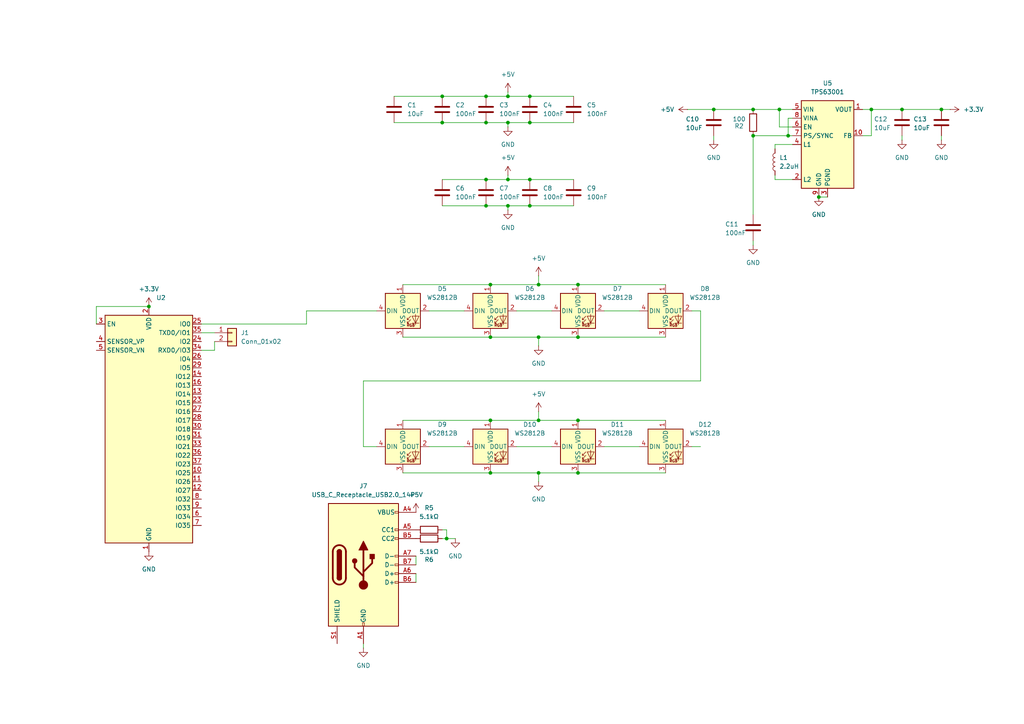
<source format=kicad_sch>
(kicad_sch (version 20250114) (generator "eeschema") (generator_version "9.0")
  (paper "A4")
  (lib_symbols
    (symbol "Connector:USB_C_Receptacle_USB2.0_14P" (pin_names (offset 1.016))
      (property "Reference" "J" (at 0 22.225 0))
      (property "Value" "USB_C_Receptacle_USB2.0_14P" (at 0 19.685 0))
      (symbol "USB_C_Receptacle_USB2.0_14P_0_0"
        (rectangle (start -0.254 -17.78) (end 0.254 -16.764))
        (rectangle (start 10.16 15.494) (end 9.144 14.986))
        (rectangle (start 10.16 10.414) (end 9.144 9.906))
        (rectangle (start 10.16 7.874) (end 9.144 7.366))
        (rectangle (start 10.16 2.794) (end 9.144 2.286))
        (rectangle (start 10.16 0.254) (end 9.144 -0.254))
        (rectangle (start 10.16 -2.286) (end 9.144 -2.794))
        (rectangle (start 10.16 -4.826) (end 9.144 -5.334))
      )
      (symbol "USB_C_Receptacle_USB2.0_14P_0_1"
        (rectangle (start -10.16 17.78) (end 10.16 -17.78) (stroke (width 0.254)) (fill (type background)))
        (polyline (pts (xy -8.89 -3.81) (xy -8.89 3.81)) (stroke (width 0.508)))
        (rectangle (start -7.62 -3.81) (end -6.35 3.81) (stroke (width 0.254)) (fill (type outline)))
        (arc (start -7.62 3.81) (mid -6.985 4.4423) (end -6.35 3.81) (stroke (width 0.254)))
        (arc (start -7.62 3.81) (mid -6.985 4.4423) (end -6.35 3.81) (stroke (width 0.254)) (fill (type outline)))
        (arc (start -8.89 3.81) (mid -6.985 5.7067) (end -5.08 3.81) (stroke (width 0.508)))
        (arc (start -5.08 -3.81) (mid -6.985 -5.7067) (end -8.89 -3.81) (stroke (width 0.508)))
        (arc (start -6.35 -3.81) (mid -6.985 -4.4423) (end -7.62 -3.81) (stroke (width 0.254)))
        (arc (start -6.35 -3.81) (mid -6.985 -4.4423) (end -7.62 -3.81) (stroke (width 0.254)) (fill (type outline)))
        (polyline (pts (xy -5.08 3.81) (xy -5.08 -3.81)) (stroke (width 0.508)))
        (circle (center -2.54 1.143) (radius 0.635) (stroke (width 0.254)) (fill (type outline)))
        (polyline (pts (xy -1.27 4.318) (xy 0 6.858) (xy 1.27 4.318) (xy -1.27 4.318)) (stroke (width 0.254)) (fill (type outline)))
        (polyline (pts (xy 0 -2.032) (xy 2.54 0.508) (xy 2.54 1.778)) (stroke (width 0.508)))
        (polyline (pts (xy 0 -3.302) (xy -2.54 -0.762) (xy -2.54 0.508)) (stroke (width 0.508)))
        (polyline (pts (xy 0 -5.842) (xy 0 4.318)) (stroke (width 0.508)))
        (circle (center 0 -5.842) (radius 1.27) (fill (type outline)))
        (rectangle (start 1.905 1.778) (end 3.175 3.048) (stroke (width 0.254)) (fill (type outline)))
      )
      (symbol "USB_C_Receptacle_USB2.0_14P_1_1"
        (pin passive line (at -7.62 -22.86 90) (length 5.08) (name "SHIELD") (number "S1"))
        (pin passive line (at 0 -22.86 90) (length 5.08) (name "GND") (number "A1"))
        (pin passive line (at 0 -22.86 90) (length 5.08) (hide yes) (name "GND") (number "A12"))
        (pin passive line (at 0 -22.86 90) (length 5.08) (hide yes) (name "GND") (number "B1"))
        (pin passive line (at 0 -22.86 90) (length 5.08) (hide yes) (name "GND") (number "B12"))
        (pin passive line (at 15.24 15.24 180) (length 5.08) (name "VBUS") (number "A4"))
        (pin passive line (at 15.24 15.24 180) (length 5.08) (hide yes) (name "VBUS") (number "A9"))
        (pin passive line (at 15.24 15.24 180) (length 5.08) (hide yes) (name "VBUS") (number "B4"))
        (pin passive line (at 15.24 15.24 180) (length 5.08) (hide yes) (name "VBUS") (number "B9"))
        (pin bidirectional line (at 15.24 10.16 180) (length 5.08) (name "CC1") (number "A5"))
        (pin bidirectional line (at 15.24 7.62 180) (length 5.08) (name "CC2") (number "B5"))
        (pin bidirectional line (at 15.24 2.54 180) (length 5.08) (name "D-") (number "A7"))
        (pin bidirectional line (at 15.24 0 180) (length 5.08) (name "D-") (number "B7"))
        (pin bidirectional line (at 15.24 -2.54 180) (length 5.08) (name "D+") (number "A6"))
        (pin bidirectional line (at 15.24 -5.08 180) (length 5.08) (name "D+") (number "B6"))
      )
    )
    (symbol "Connector_Generic:Conn_01x02" (pin_names (offset 1.016) (hide yes))
      (property "Reference" "J" (at 0 2.54 0))
      (property "Value" "Conn_01x02" (at 0 -5.08 0))
      (symbol "Conn_01x02_1_1"
        (rectangle (start -1.27 1.27) (end 1.27 -3.81) (stroke (width 0.254)) (fill (type background)))
        (rectangle (start -1.27 0.127) (end 0 -0.127) (stroke (width 0.1524)))
        (rectangle (start -1.27 -2.413) (end 0 -2.667) (stroke (width 0.1524)))
        (pin passive line (at -5.08 0 0) (length 3.81) (name "Pin_1") (number "1"))
        (pin passive line (at -5.08 -2.54 0) (length 3.81) (name "Pin_2") (number "2"))
      )
    )
    (symbol "Device:C" (pin_numbers (hide yes)) (pin_names (offset 0.254))
      (property "Reference" "C" (at 0.635 2.54 0))
      (property "Value" "C" (at 0.635 -2.54 0))
      (symbol "C_0_1"
        (polyline (pts (xy -2.032 0.762) (xy 2.032 0.762)) (stroke (width 0.508)))
        (polyline (pts (xy -2.032 -0.762) (xy 2.032 -0.762)) (stroke (width 0.508)))
      )
      (symbol "C_1_1"
        (pin passive line (at 0 3.81 270) (length 2.794) (name "~") (number "1"))
        (pin passive line (at 0 -3.81 90) (length 2.794) (name "~") (number "2"))
      )
    )
    (symbol "Device:L" (pin_numbers (hide yes)) (pin_names (offset 1.016) (hide yes))
      (property "Reference" "L" (at -1.27 0 90))
      (property "Value" "L" (at 1.905 0 90))
      (symbol "L_0_1"
        (arc (start 0 2.54) (mid 0.6323 1.905) (end 0 1.27))
        (arc (start 0 1.27) (mid 0.6323 0.635) (end 0 0))
        (arc (start 0 0) (mid 0.6323 -0.635) (end 0 -1.27))
        (arc (start 0 -1.27) (mid 0.6323 -1.905) (end 0 -2.54))
      )
      (symbol "L_1_1"
        (pin passive line (at 0 3.81 270) (length 1.27) (name "1") (number "1"))
        (pin passive line (at 0 -3.81 90) (length 1.27) (name "2") (number "2"))
      )
    )
    (symbol "Device:R" (pin_numbers (hide yes)) (pin_names (offset 0))
      (property "Reference" "R" (at 2.032 0 90))
      (property "Value" "R" (at 0 0 90))
      (symbol "R_0_1"
        (rectangle (start -1.016 -2.54) (end 1.016 2.54) (stroke (width 0.254)))
      )
      (symbol "R_1_1"
        (pin passive line (at 0 3.81 270) (length 1.27) (name "~") (number "1"))
        (pin passive line (at 0 -3.81 90) (length 1.27) (name "~") (number "2"))
      )
    )
    (symbol "LED:WS2812B" (pin_names (offset 0.254))
      (property "Reference" "D" (at 5.08 5.715 0))
      (property "Value" "WS2812B" (at 1.27 -5.715 0))
      (symbol "WS2812B_0_0"
        (text "RGB" (at 2.286 -4.191 0) (effects (font (size 0.762 0.762))))
      )
      (symbol "WS2812B_0_1"
        (polyline (pts (xy 1.27 -2.54) (xy 1.778 -2.54)))
        (polyline (pts (xy 1.27 -3.556) (xy 1.778 -3.556)))
        (polyline (pts (xy 2.286 -1.524) (xy 1.27 -2.54) (xy 1.27 -2.032)))
        (polyline (pts (xy 2.286 -2.54) (xy 1.27 -3.556) (xy 1.27 -3.048)))
        (polyline (pts (xy 3.683 -1.016) (xy 3.683 -3.556) (xy 3.683 -4.064)))
        (polyline (pts (xy 4.699 -1.524) (xy 2.667 -1.524) (xy 3.683 -3.556) (xy 4.699 -1.524)))
        (polyline (pts (xy 4.699 -3.556) (xy 2.667 -3.556)))
        (rectangle (start 5.08 5.08) (end -5.08 -5.08) (stroke (width 0.254)) (fill (type background)))
      )
      (symbol "WS2812B_1_1"
        (pin input line (at -7.62 0 0) (length 2.54) (name "DIN") (number "4"))
        (pin power_in line (at 0 7.62 270) (length 2.54) (name "VDD") (number "1"))
        (pin power_in line (at 0 -7.62 90) (length 2.54) (name "VSS") (number "3"))
        (pin output line (at 7.62 0 180) (length 2.54) (name "DOUT") (number "2"))
      )
    )
    (symbol "RF_Module:ESP32-WROOM-32E"
      (property "Reference" "U" (at -12.7 34.29 0))
      (property "Value" "ESP32-WROOM-32E" (at 1.27 34.29 0))
      (symbol "ESP32-WROOM-32E_0_1"
        (rectangle (start -12.7 33.02) (end 12.7 -33.02) (stroke (width 0.254)) (fill (type background)))
      )
      (symbol "ESP32-WROOM-32E_1_1"
        (pin input line (at -15.24 30.48 0) (length 2.54) (name "EN") (number "3"))
        (pin input line (at -15.24 25.4 0) (length 2.54) (name "SENSOR_VP") (number "4"))
        (pin input line (at -15.24 22.86 0) (length 2.54) (name "SENSOR_VN") (number "5"))
        (pin no_connect line (at -12.7 0 0) (length 2.54) (hide yes) (name "NC") (number "21"))
        (pin no_connect line (at -12.7 -2.54 0) (length 2.54) (hide yes) (name "NC") (number "22"))
        (pin no_connect line (at -12.7 -5.08 0) (length 2.54) (hide yes) (name "NC") (number "17"))
        (pin no_connect line (at -12.7 -7.62 0) (length 2.54) (hide yes) (name "NC") (number "18"))
        (pin no_connect line (at -12.7 -10.16 0) (length 2.54) (hide yes) (name "NC") (number "20"))
        (pin no_connect line (at -12.7 -12.7 0) (length 2.54) (hide yes) (name "NC") (number "19"))
        (pin no_connect line (at -12.7 -27.94 0) (length 2.54) (hide yes) (name "NC") (number "32"))
        (pin power_in line (at 0 35.56 270) (length 2.54) (name "VDD") (number "2"))
        (pin power_in line (at 0 -35.56 90) (length 2.54) (name "GND") (number "1"))
        (pin passive line (at 0 -35.56 90) (length 2.54) (hide yes) (name "GND") (number "15"))
        (pin passive line (at 0 -35.56 90) (length 2.54) (hide yes) (name "GND") (number "38"))
        (pin passive line (at 0 -35.56 90) (length 2.54) (hide yes) (name "GND") (number "39"))
        (pin bidirectional line (at 15.24 30.48 180) (length 2.54) (name "IO0") (number "25"))
        (pin bidirectional line (at 15.24 27.94 180) (length 2.54) (name "TXD0/IO1") (number "35"))
        (pin bidirectional line (at 15.24 25.4 180) (length 2.54) (name "IO2") (number "24"))
        (pin bidirectional line (at 15.24 22.86 180) (length 2.54) (name "RXD0/IO3") (number "34"))
        (pin bidirectional line (at 15.24 20.32 180) (length 2.54) (name "IO4") (number "26"))
        (pin bidirectional line (at 15.24 17.78 180) (length 2.54) (name "IO5") (number "29"))
        (pin bidirectional line (at 15.24 15.24 180) (length 2.54) (name "IO12") (number "14"))
        (pin bidirectional line (at 15.24 12.7 180) (length 2.54) (name "IO13") (number "16"))
        (pin bidirectional line (at 15.24 10.16 180) (length 2.54) (name "IO14") (number "13"))
        (pin bidirectional line (at 15.24 7.62 180) (length 2.54) (name "IO15") (number "23"))
        (pin bidirectional line (at 15.24 5.08 180) (length 2.54) (name "IO16") (number "27"))
        (pin bidirectional line (at 15.24 2.54 180) (length 2.54) (name "IO17") (number "28"))
        (pin bidirectional line (at 15.24 0 180) (length 2.54) (name "IO18") (number "30"))
        (pin bidirectional line (at 15.24 -2.54 180) (length 2.54) (name "IO19") (number "31"))
        (pin bidirectional line (at 15.24 -5.08 180) (length 2.54) (name "IO21") (number "33"))
        (pin bidirectional line (at 15.24 -7.62 180) (length 2.54) (name "IO22") (number "36"))
        (pin bidirectional line (at 15.24 -10.16 180) (length 2.54) (name "IO23") (number "37"))
        (pin bidirectional line (at 15.24 -12.7 180) (length 2.54) (name "IO25") (number "10"))
        (pin bidirectional line (at 15.24 -15.24 180) (length 2.54) (name "IO26") (number "11"))
        (pin bidirectional line (at 15.24 -17.78 180) (length 2.54) (name "IO27") (number "12"))
        (pin bidirectional line (at 15.24 -20.32 180) (length 2.54) (name "IO32") (number "8"))
        (pin bidirectional line (at 15.24 -22.86 180) (length 2.54) (name "IO33") (number "9"))
        (pin input line (at 15.24 -25.4 180) (length 2.54) (name "IO34") (number "6"))
        (pin input line (at 15.24 -27.94 180) (length 2.54) (name "IO35") (number "7"))
      )
    )
    (symbol "Regulator_Switching:TPS63001"
      (property "Reference" "U" (at -7.62 13.97 0))
      (property "Value" "TPS63001" (at 5.08 13.97 0))
      (symbol "TPS63001_0_1"
        (rectangle (start -7.62 12.7) (end 7.62 -12.7) (stroke (width 0.254)) (fill (type background)))
      )
      (symbol "TPS63001_1_1"
        (pin power_in line (at -10.16 10.16 0) (length 2.54) (name "VIN") (number "5"))
        (pin power_in line (at -10.16 7.62 0) (length 2.54) (name "VINA") (number "8"))
        (pin input line (at -10.16 5.08 0) (length 2.54) (name "EN") (number "6"))
        (pin input line (at -10.16 2.54 0) (length 2.54) (name "PS/SYNC") (number "7"))
        (pin input line (at -10.16 0 0) (length 2.54) (name "L1") (number "4"))
        (pin input line (at -10.16 -10.16 0) (length 2.54) (name "L2") (number "2"))
        (pin power_in line (at -2.54 -15.24 90) (length 2.54) (name "GND") (number "9"))
        (pin passive line (at 0 -15.24 90) (length 2.54) (hide yes) (name "PGND") (number "11"))
        (pin power_in line (at 0 -15.24 90) (length 2.54) (name "PGND") (number "3"))
        (pin power_out line (at 10.16 10.16 180) (length 2.54) (name "VOUT") (number "1"))
        (pin input line (at 10.16 2.54 180) (length 2.54) (name "FB") (number "10"))
      )
    )
    (symbol "power:+3.3V" (power) (pin_numbers (hide yes)) (pin_names (offset 0) (hide yes))
      (property "Value" "+3.3V" (at 0 3.556 0))
      (symbol "+3.3V_0_1"
        (polyline (pts (xy -0.762 1.27) (xy 0 2.54)))
        (polyline (pts (xy 0 2.54) (xy 0.762 1.27)))
        (polyline (pts (xy 0 0) (xy 0 2.54)))
      )
      (symbol "+3.3V_1_1"
        (pin power_in line (at 0 0 90) (length 0) (name "~") (number "1"))
      )
    )
    (symbol "power:+5V" (power) (pin_numbers (hide yes)) (pin_names (offset 0) (hide yes))
      (property "Value" "+5V" (at 0 3.556 0))
      (symbol "+5V_0_1"
        (polyline (pts (xy -0.762 1.27) (xy 0 2.54)))
        (polyline (pts (xy 0 2.54) (xy 0.762 1.27)))
        (polyline (pts (xy 0 0) (xy 0 2.54)))
      )
      (symbol "+5V_1_1"
        (pin power_in line (at 0 0 90) (length 0) (name "~") (number "1"))
      )
    )
    (symbol "power:GND" (power) (pin_numbers (hide yes)) (pin_names (offset 0) (hide yes))
      (property "Value" "GND" (at 0 -3.81 0))
      (symbol "GND_0_1"
        (polyline (pts (xy 0 0) (xy 0 -1.27) (xy 1.27 -1.27) (xy 0 -2.54) (xy -1.27 -1.27) (xy 0 -1.27)))
      )
      (symbol "GND_1_1"
        (pin power_in line (at 0 0 270) (length 0) (name "~") (number "1"))
      )
    )
  )
  (junction (at 167.64 121.92))
  (junction (at 156.21 137.16))
  (junction (at 147.32 52.07))
  (junction (at 147.32 35.56))
  (junction (at 140.97 27.94))
  (junction (at 142.24 137.16))
  (junction (at 218.44 39.37))
  (junction (at 142.24 82.55))
  (junction (at 43.18 88.9))
  (junction (at 153.67 52.07))
  (junction (at 140.97 35.56))
  (junction (at 129.54 156.21))
  (junction (at 218.44 31.75))
  (junction (at 147.32 27.94))
  (junction (at 156.21 121.92))
  (junction (at 156.21 97.79))
  (junction (at 167.64 137.16))
  (junction (at 252.73 31.75))
  (junction (at 142.24 97.79))
  (junction (at 153.67 35.56))
  (junction (at 128.27 27.94))
  (junction (at 140.97 59.69))
  (junction (at 167.64 82.55))
  (junction (at 167.64 97.79))
  (junction (at 147.32 59.69))
  (junction (at 237.49 57.15))
  (junction (at 140.97 52.07))
  (junction (at 156.21 82.55))
  (junction (at 153.67 59.69))
  (junction (at 226.06 31.75))
  (junction (at 261.62 31.75))
  (junction (at 273.05 31.75))
  (junction (at 207.01 31.75))
  (junction (at 153.67 27.94))
  (junction (at 142.24 121.92))
  (junction (at 228.6 39.37))
  (junction (at 128.27 35.56))
  (wire (pts (xy 167.64 121.92) (xy 193.04 121.92)))
  (wire (pts (xy 175.26 129.54) (xy 185.42 129.54)))
  (wire (pts (xy 142.24 97.79) (xy 156.21 97.79)))
  (wire (pts (xy 149.86 129.54) (xy 160.02 129.54)))
  (wire (pts (xy 58.42 96.52) (xy 62.23 96.52)))
  (wire (pts (xy 218.44 71.12) (xy 218.44 69.85)))
  (wire (pts (xy 226.06 31.75) (xy 229.87 31.75)))
  (wire (pts (xy 147.32 52.07) (xy 153.67 52.07)))
  (wire (pts (xy 224.79 43.18) (xy 224.79 41.91)))
  (wire (pts (xy 156.21 119.38) (xy 156.21 121.92)))
  (wire (pts (xy 200.66 90.17) (xy 203.2 90.17)))
  (wire (pts (xy 27.94 88.9) (xy 27.94 93.98)))
  (wire (pts (xy 147.32 50.8) (xy 147.32 52.07)))
  (wire (pts (xy 147.32 59.69) (xy 147.32 60.96)))
  (wire (pts (xy 140.97 35.56) (xy 147.32 35.56)))
  (wire (pts (xy 128.27 59.69) (xy 140.97 59.69)))
  (wire (pts (xy 224.79 41.91) (xy 229.87 41.91)))
  (wire (pts (xy 128.27 52.07) (xy 140.97 52.07)))
  (wire (pts (xy 218.44 31.75) (xy 226.06 31.75)))
  (wire (pts (xy 228.6 34.29) (xy 229.87 34.29)))
  (wire (pts (xy 124.46 90.17) (xy 134.62 90.17)))
  (wire (pts (xy 166.37 35.56) (xy 153.67 35.56)))
  (wire (pts (xy 273.05 31.75) (xy 261.62 31.75)))
  (wire (pts (xy 149.86 90.17) (xy 160.02 90.17)))
  (wire (pts (xy 140.97 59.69) (xy 147.32 59.69)))
  (wire (pts (xy 237.49 57.15) (xy 240.03 57.15)))
  (wire (pts (xy 116.84 82.55) (xy 142.24 82.55)))
  (wire (pts (xy 252.73 31.75) (xy 250.19 31.75)))
  (wire (pts (xy 62.23 101.6) (xy 62.23 99.06)))
  (wire (pts (xy 105.41 129.54) (xy 109.22 129.54)))
  (wire (pts (xy 120.65 166.37) (xy 120.65 168.91)))
  (wire (pts (xy 153.67 35.56) (xy 147.32 35.56)))
  (wire (pts (xy 207.01 31.75) (xy 218.44 31.75)))
  (wire (pts (xy 203.2 90.17) (xy 203.2 110.49)))
  (wire (pts (xy 129.54 156.21) (xy 132.08 156.21)))
  (wire (pts (xy 218.44 39.37) (xy 218.44 62.23)))
  (wire (pts (xy 114.3 27.94) (xy 128.27 27.94)))
  (wire (pts (xy 116.84 137.16) (xy 142.24 137.16)))
  (wire (pts (xy 156.21 139.7) (xy 156.21 137.16)))
  (wire (pts (xy 128.27 35.56) (xy 140.97 35.56)))
  (wire (pts (xy 156.21 100.33) (xy 156.21 97.79)))
  (wire (pts (xy 88.9 93.98) (xy 58.42 93.98)))
  (wire (pts (xy 116.84 97.79) (xy 142.24 97.79)))
  (wire (pts (xy 156.21 137.16) (xy 167.64 137.16)))
  (wire (pts (xy 218.44 39.37) (xy 228.6 39.37)))
  (wire (pts (xy 250.19 39.37) (xy 252.73 39.37)))
  (wire (pts (xy 261.62 39.37) (xy 261.62 40.64)))
  (wire (pts (xy 156.21 121.92) (xy 167.64 121.92)))
  (wire (pts (xy 88.9 90.17) (xy 109.22 90.17)))
  (wire (pts (xy 156.21 82.55) (xy 167.64 82.55)))
  (wire (pts (xy 156.21 97.79) (xy 167.64 97.79)))
  (wire (pts (xy 167.64 137.16) (xy 193.04 137.16)))
  (wire (pts (xy 203.2 110.49) (xy 105.41 110.49)))
  (wire (pts (xy 129.54 153.67) (xy 129.54 156.21)))
  (wire (pts (xy 142.24 137.16) (xy 156.21 137.16)))
  (wire (pts (xy 156.21 80.01) (xy 156.21 82.55)))
  (wire (pts (xy 226.06 31.75) (xy 226.06 36.83)))
  (wire (pts (xy 226.06 36.83) (xy 229.87 36.83)))
  (wire (pts (xy 261.62 31.75) (xy 252.73 31.75)))
  (wire (pts (xy 147.32 27.94) (xy 153.67 27.94)))
  (wire (pts (xy 275.59 31.75) (xy 273.05 31.75)))
  (wire (pts (xy 58.42 101.6) (xy 62.23 101.6)))
  (wire (pts (xy 166.37 59.69) (xy 153.67 59.69)))
  (wire (pts (xy 43.18 88.9) (xy 27.94 88.9)))
  (wire (pts (xy 228.6 39.37) (xy 229.87 39.37)))
  (wire (pts (xy 228.6 39.37) (xy 228.6 34.29)))
  (wire (pts (xy 142.24 121.92) (xy 156.21 121.92)))
  (wire (pts (xy 224.79 52.07) (xy 224.79 50.8)))
  (wire (pts (xy 142.24 82.55) (xy 156.21 82.55)))
  (wire (pts (xy 105.41 110.49) (xy 105.41 129.54)))
  (wire (pts (xy 128.27 153.67) (xy 129.54 153.67)))
  (wire (pts (xy 120.65 161.29) (xy 120.65 163.83)))
  (wire (pts (xy 124.46 129.54) (xy 134.62 129.54)))
  (wire (pts (xy 153.67 59.69) (xy 147.32 59.69)))
  (wire (pts (xy 175.26 90.17) (xy 185.42 90.17)))
  (wire (pts (xy 129.54 156.21) (xy 128.27 156.21)))
  (wire (pts (xy 116.84 121.92) (xy 142.24 121.92)))
  (wire (pts (xy 153.67 52.07) (xy 166.37 52.07)))
  (wire (pts (xy 252.73 39.37) (xy 252.73 31.75)))
  (wire (pts (xy 147.32 35.56) (xy 147.32 36.83)))
  (wire (pts (xy 153.67 27.94) (xy 166.37 27.94)))
  (wire (pts (xy 229.87 52.07) (xy 224.79 52.07)))
  (wire (pts (xy 147.32 26.67) (xy 147.32 27.94)))
  (wire (pts (xy 140.97 52.07) (xy 147.32 52.07)))
  (wire (pts (xy 105.41 187.96) (xy 105.41 186.69)))
  (wire (pts (xy 114.3 35.56) (xy 128.27 35.56)))
  (wire (pts (xy 273.05 39.37) (xy 273.05 40.64)))
  (wire (pts (xy 140.97 27.94) (xy 147.32 27.94)))
  (wire (pts (xy 199.39 31.75) (xy 207.01 31.75)))
  (wire (pts (xy 167.64 97.79) (xy 193.04 97.79)))
  (wire (pts (xy 88.9 90.17) (xy 88.9 93.98)))
  (wire (pts (xy 128.27 27.94) (xy 140.97 27.94)))
  (wire (pts (xy 167.64 82.55) (xy 193.04 82.55)))
  (wire (pts (xy 207.01 40.64) (xy 207.01 39.37)))
  (wire (pts (xy 203.2 129.54) (xy 200.66 129.54)))
  (symbol (lib_id "Device:C") (at 166.37 55.88 0) (unit 1)
    (property "Reference" "C9" (at 170.18 54.6099 0) (effects (justify left)))
    (property "Value" "100nF" (at 170.18 57.1499 0) (effects (justify left)))
    (property "Footprint" "Capacitor_SMD:C_0805_2012Metric_Pad1.18x1.45mm_HandSolder" (effects (hide yes)))
    (property "Description" "Unpolarized capacitor" (effects (hide yes)))
  )
  (symbol (lib_id "power:+5V") (at 147.32 26.67 0) (unit 1)
    (property "Reference" "#PWR013" (effects (hide yes)))
    (property "Value" "+5V" (at 147.32 21.59 0))
    (property "Description" "Power symbol creates a global label with name \"+5V\"" (effects (hide yes)))
  )
  (symbol (lib_id "Device:C") (at 114.3 31.75 0) (unit 1)
    (property "Reference" "C1" (at 118.11 30.4799 0) (effects (justify left)))
    (property "Value" "10uF" (at 118.11 33.0199 0) (effects (justify left)))
    (property "Footprint" "Capacitor_SMD:C_0805_2012Metric_Pad1.18x1.45mm_HandSolder" (effects (hide yes)))
    (property "Description" "Unpolarized capacitor" (effects (hide yes)))
  )
  (symbol (lib_id "LED:WS2812B") (at 193.04 129.54 0) (unit 1)
    (property "Reference" "D12" (at 204.47 123.1198 0))
    (property "Value" "WS2812B" (at 204.47 125.6598 0))
    (property "Footprint" "LED_SMD:LED_WS2812B_PLCC4_5.0x5.0mm_P3.2mm" (effects (hide yes)))
    (property "Datasheet" "https://cdn-shop.adafruit.com/datasheets/WS2812B.pdf" (effects (hide yes)))
    (property "Description" "RGB LED with integrated controller" (effects (hide yes)))
  )
  (symbol (lib_id "RF_Module:ESP32-WROOM-32E") (at 43.18 124.46 0) (unit 1)
    (property "Reference" "U2" (at 45.3233 86.36 0) (effects (justify left)))
    (property "Value" "ESP32-WROOM-32E" (effects (hide yes)))
    (property "Footprint" "RF_Module:ESP32-WROOM-32D" (effects (hide yes)))
    (property "Datasheet" "https://www.espressif.com/sites/default/files/documentation/esp32-wroom-32e_esp32-wroom-32ue_datasheet_en.pdf" (effects (hide yes)))
    (property "Description" "RF Module, ESP32-D0WD-V3 SoC, without PSRAM, Wi-Fi 802.11b/g/n, Bluetooth, BLE, 32-bit, 2.7-3.6V, onboard antenna, SMD" (effects (hide yes)))
  )
  (symbol (lib_id "power:GND") (at 132.08 156.21 0) (mirror y) (unit 1)
    (property "Reference" "#PWR025" (effects (hide yes)))
    (property "Value" "GND" (at 132.08 161.29 0))
    (property "Description" "Power symbol creates a global label with name \"GND\" , ground" (effects (hide yes)))
  )
  (symbol (lib_id "power:+5V") (at 156.21 119.38 0) (unit 1)
    (property "Reference" "#PWR09" (effects (hide yes)))
    (property "Value" "+5V" (at 156.21 114.3 0))
    (property "Description" "Power symbol creates a global label with name \"+5V\"" (effects (hide yes)))
  )
  (symbol (lib_id "LED:WS2812B") (at 142.24 129.54 0) (unit 1)
    (property "Reference" "D10" (at 153.67 123.1198 0))
    (property "Value" "WS2812B" (at 153.67 125.6598 0))
    (property "Footprint" "LED_SMD:LED_WS2812B_PLCC4_5.0x5.0mm_P3.2mm" (effects (hide yes)))
    (property "Datasheet" "https://cdn-shop.adafruit.com/datasheets/WS2812B.pdf" (effects (hide yes)))
    (property "Description" "RGB LED with integrated controller" (effects (hide yes)))
  )
  (symbol (lib_id "power:+5V") (at 147.32 50.8 0) (unit 1)
    (property "Reference" "#PWR015" (effects (hide yes)))
    (property "Value" "+5V" (at 147.32 45.72 0))
    (property "Description" "Power symbol creates a global label with name \"+5V\"" (effects (hide yes)))
  )
  (symbol (lib_id "Connector:USB_C_Receptacle_USB2.0_14P") (at 105.41 163.83 0) (unit 1)
    (property "Reference" "J7" (at 105.41 140.97 0))
    (property "Value" "USB_C_Receptacle_USB2.0_14P" (at 105.41 143.51 0))
    (property "Footprint" "Connector_USB:USB_C_Receptacle_GCT_USB4105-xx-A_16P_TopMnt_Horizontal" (effects (hide yes)))
    (property "Datasheet" "https://www.usb.org/sites/default/files/documents/usb_type-c.zip" (effects (hide yes)))
    (property "Description" "USB 2.0-only 14P Type-C Receptacle connector" (effects (hide yes)))
  )
  (symbol (lib_id "power:GND") (at 147.32 36.83 0) (unit 1)
    (property "Reference" "#PWR014" (effects (hide yes)))
    (property "Value" "GND" (at 147.32 41.91 0))
    (property "Description" "Power symbol creates a global label with name \"GND\" , ground" (effects (hide yes)))
  )
  (symbol (lib_id "power:+3.3V") (at 275.59 31.75 270) (unit 1)
    (property "Reference" "#PWR011" (effects (hide yes)))
    (property "Value" "+3.3V" (at 279.4 31.7499 90) (effects (justify left)))
    (property "Description" "Power symbol creates a global label with name \"+3.3V\"" (effects (hide yes)))
  )
  (symbol (lib_id "Device:C") (at 128.27 55.88 0) (unit 1)
    (property "Reference" "C6" (at 132.08 54.6099 0) (effects (justify left)))
    (property "Value" "100nF" (at 132.08 57.1499 0) (effects (justify left)))
    (property "Footprint" "Capacitor_SMD:C_0805_2012Metric_Pad1.18x1.45mm_HandSolder" (effects (hide yes)))
    (property "Description" "Unpolarized capacitor" (effects (hide yes)))
  )
  (symbol (lib_id "power:+5V") (at 199.39 31.75 90) (unit 1)
    (property "Reference" "#PWR022" (effects (hide yes)))
    (property "Value" "+5V" (at 195.58 31.7499 90) (effects (justify left)))
    (property "Description" "Power symbol creates a global label with name \"+5V\"" (effects (hide yes)))
  )
  (symbol (lib_id "LED:WS2812B") (at 193.04 90.17 0) (unit 1)
    (property "Reference" "D8" (at 204.47 83.7498 0))
    (property "Value" "WS2812B" (at 204.47 86.2898 0))
    (property "Footprint" "LED_SMD:LED_WS2812B_PLCC4_5.0x5.0mm_P3.2mm" (effects (hide yes)))
    (property "Datasheet" "https://cdn-shop.adafruit.com/datasheets/WS2812B.pdf" (effects (hide yes)))
    (property "Description" "RGB LED with integrated controller" (effects (hide yes)))
  )
  (symbol (lib_id "Connector_Generic:Conn_01x02") (at 67.31 96.52 0) (unit 1)
    (property "Reference" "J1" (at 69.85 96.5199 0) (effects (justify left)))
    (property "Value" "Conn_01x02" (at 69.85 99.0599 0) (effects (justify left)))
    (property "Footprint" "Connector_PinHeader_2.54mm:PinHeader_1x02_P2.54mm_Vertical" (effects (hide yes)))
    (property "Description" "Generic connector, single row, 01x02, script generated (kicad-library-utils/schlib/autogen/connector/)" (effects (hide yes)))
  )
  (symbol (lib_id "Device:R") (at 124.46 156.21 90) (mirror x) (unit 1)
    (property "Reference" "R6" (at 124.46 162.306 90))
    (property "Value" "5.1kΩ" (at 124.46 160.02 90))
    (property "Footprint" "Resistor_SMD:R_0805_2012Metric_Pad1.20x1.40mm_HandSolder" (effects (hide yes)))
    (property "Description" "Resistor" (effects (hide yes)))
  )
  (symbol (lib_id "power:GND") (at 273.05 40.64 0) (unit 1)
    (property "Reference" "#PWR020" (effects (hide yes)))
    (property "Value" "GND" (at 273.05 45.72 0))
    (property "Description" "Power symbol creates a global label with name \"GND\" , ground" (effects (hide yes)))
  )
  (symbol (lib_id "Device:C") (at 128.27 31.75 0) (unit 1)
    (property "Reference" "C2" (at 132.08 30.4799 0) (effects (justify left)))
    (property "Value" "100nF" (at 132.08 33.0199 0) (effects (justify left)))
    (property "Footprint" "Capacitor_SMD:C_0805_2012Metric_Pad1.18x1.45mm_HandSolder" (effects (hide yes)))
    (property "Description" "Unpolarized capacitor" (effects (hide yes)))
  )
  (symbol (lib_id "Device:C") (at 153.67 55.88 0) (unit 1)
    (property "Reference" "C8" (at 157.48 54.6099 0) (effects (justify left)))
    (property "Value" "100nF" (at 157.48 57.1499 0) (effects (justify left)))
    (property "Footprint" "Capacitor_SMD:C_0805_2012Metric_Pad1.18x1.45mm_HandSolder" (effects (hide yes)))
    (property "Description" "Unpolarized capacitor" (effects (hide yes)))
  )
  (symbol (lib_id "Regulator_Switching:TPS63001") (at 240.03 41.91 0) (unit 1)
    (property "Reference" "U5" (at 240.03 24.13 0))
    (property "Value" "TPS63001" (at 240.03 26.67 0))
    (property "Footprint" "Package_SON:Texas_DRC0010J_ThermalVias" (effects (hide yes)))
    (property "Datasheet" "http://www.ti.com/lit/ds/symlink/tps63000.pdf" (effects (hide yes)))
    (property "Description" "Buck-Boost Converter, 1.8-5.5V Input Voltage, 1.7A Switch Current, 3.3V Output Voltage, VSON-10" (effects (hide yes)))
  )
  (symbol (lib_id "Device:C") (at 207.01 35.56 0) (unit 1)
    (property "Reference" "C10" (at 198.882 34.544 0) (effects (justify left)))
    (property "Value" "10uF" (at 198.882 37.084 0) (effects (justify left)))
    (property "Footprint" "Capacitor_SMD:C_0805_2012Metric_Pad1.18x1.45mm_HandSolder" (effects (hide yes)))
    (property "Description" "Unpolarized capacitor" (effects (hide yes)))
  )
  (symbol (lib_id "power:+3.3V") (at 43.18 88.9 0) (unit 1)
    (property "Reference" "#PWR021" (effects (hide yes)))
    (property "Value" "+3.3V" (at 43.18 83.82 0))
    (property "Description" "Power symbol creates a global label with name \"+3.3V\"" (effects (hide yes)))
  )
  (symbol (lib_id "power:GND") (at 218.44 71.12 0) (unit 1)
    (property "Reference" "#PWR018" (effects (hide yes)))
    (property "Value" "GND" (at 218.44 76.2 0))
    (property "Description" "Power symbol creates a global label with name \"GND\" , ground" (effects (hide yes)))
  )
  (symbol (lib_id "LED:WS2812B") (at 167.64 129.54 0) (unit 1)
    (property "Reference" "D11" (at 179.07 123.1198 0))
    (property "Value" "WS2812B" (at 179.07 125.6598 0))
    (property "Footprint" "LED_SMD:LED_WS2812B_PLCC4_5.0x5.0mm_P3.2mm" (effects (hide yes)))
    (property "Datasheet" "https://cdn-shop.adafruit.com/datasheets/WS2812B.pdf" (effects (hide yes)))
    (property "Description" "RGB LED with integrated controller" (effects (hide yes)))
  )
  (symbol (lib_id "LED:WS2812B") (at 167.64 90.17 0) (unit 1)
    (property "Reference" "D7" (at 179.07 83.7498 0))
    (property "Value" "WS2812B" (at 179.07 86.2898 0))
    (property "Footprint" "LED_SMD:LED_WS2812B_PLCC4_5.0x5.0mm_P3.2mm" (effects (hide yes)))
    (property "Datasheet" "https://cdn-shop.adafruit.com/datasheets/WS2812B.pdf" (effects (hide yes)))
    (property "Description" "RGB LED with integrated controller" (effects (hide yes)))
  )
  (symbol (lib_id "power:GND") (at 207.01 40.64 0) (unit 1)
    (property "Reference" "#PWR017" (effects (hide yes)))
    (property "Value" "GND" (at 207.01 45.72 0))
    (property "Description" "Power symbol creates a global label with name \"GND\" , ground" (effects (hide yes)))
  )
  (symbol (lib_id "Device:C") (at 140.97 55.88 0) (unit 1)
    (property "Reference" "C7" (at 144.78 54.6099 0) (effects (justify left)))
    (property "Value" "100nF" (at 144.78 57.1499 0) (effects (justify left)))
    (property "Footprint" "Capacitor_SMD:C_0805_2012Metric_Pad1.18x1.45mm_HandSolder" (effects (hide yes)))
    (property "Description" "Unpolarized capacitor" (effects (hide yes)))
  )
  (symbol (lib_id "power:GND") (at 237.49 57.15 0) (unit 1)
    (property "Reference" "#PWR012" (effects (hide yes)))
    (property "Value" "GND" (at 237.49 62.23 0))
    (property "Description" "Power symbol creates a global label with name \"GND\" , ground" (effects (hide yes)))
  )
  (symbol (lib_id "LED:WS2812B") (at 116.84 90.17 0) (unit 1)
    (property "Reference" "D5" (at 128.27 83.7498 0))
    (property "Value" "WS2812B" (at 128.27 86.2898 0))
    (property "Footprint" "LED_SMD:LED_WS2812B_PLCC4_5.0x5.0mm_P3.2mm" (effects (hide yes)))
    (property "Datasheet" "https://cdn-shop.adafruit.com/datasheets/WS2812B.pdf" (effects (hide yes)))
    (property "Description" "RGB LED with integrated controller" (effects (hide yes)))
  )
  (symbol (lib_id "power:GND") (at 261.62 40.64 0) (unit 1)
    (property "Reference" "#PWR019" (effects (hide yes)))
    (property "Value" "GND" (at 261.62 45.72 0))
    (property "Description" "Power symbol creates a global label with name \"GND\" , ground" (effects (hide yes)))
  )
  (symbol (lib_id "Device:R") (at 218.44 35.56 180) (unit 1)
    (property "Reference" "R2" (at 214.376 36.576 0))
    (property "Value" "100" (at 214.376 34.544 0))
    (property "Footprint" "Resistor_SMD:R_0805_2012Metric_Pad1.20x1.40mm_HandSolder" (effects (hide yes)))
    (property "Description" "Resistor" (effects (hide yes)))
  )
  (symbol (lib_id "Device:C") (at 261.62 35.56 0) (unit 1)
    (property "Reference" "C12" (at 253.492 34.544 0) (effects (justify left)))
    (property "Value" "10uF" (at 253.492 37.084 0) (effects (justify left)))
    (property "Footprint" "Capacitor_SMD:C_0805_2012Metric_Pad1.18x1.45mm_HandSolder" (effects (hide yes)))
    (property "Description" "Unpolarized capacitor" (effects (hide yes)))
  )
  (symbol (lib_id "Device:L") (at 224.79 46.99 180) (unit 1)
    (property "Reference" "L1" (at 226.06 45.7199 0) (effects (justify right)))
    (property "Value" "2.2uH" (at 226.06 48.2599 0) (effects (justify right)))
    (property "Footprint" "asylum:NR3015T2R2M" (effects (hide yes)))
    (property "Description" "Inductor" (effects (hide yes)))
  )
  (symbol (lib_id "power:GND") (at 156.21 100.33 0) (unit 1)
    (property "Reference" "#PWR08" (effects (hide yes)))
    (property "Value" "GND" (at 156.21 105.41 0))
    (property "Description" "Power symbol creates a global label with name \"GND\" , ground" (effects (hide yes)))
  )
  (symbol (lib_id "power:+5V") (at 156.21 80.01 0) (unit 1)
    (property "Reference" "#PWR07" (effects (hide yes)))
    (property "Value" "+5V" (at 156.21 74.93 0))
    (property "Description" "Power symbol creates a global label with name \"+5V\"" (effects (hide yes)))
  )
  (symbol (lib_id "Device:C") (at 273.05 35.56 0) (unit 1)
    (property "Reference" "C13" (at 264.922 34.544 0) (effects (justify left)))
    (property "Value" "10uF" (at 264.922 37.084 0) (effects (justify left)))
    (property "Footprint" "Capacitor_SMD:C_0805_2012Metric_Pad1.18x1.45mm_HandSolder" (effects (hide yes)))
    (property "Description" "Unpolarized capacitor" (effects (hide yes)))
  )
  (symbol (lib_id "power:+5V") (at 120.65 148.59 0) (unit 1)
    (property "Reference" "#PWR05" (effects (hide yes)))
    (property "Value" "+5V" (at 120.65 143.51 0))
    (property "Description" "Power symbol creates a global label with name \"+5V\"" (effects (hide yes)))
  )
  (symbol (lib_id "Device:C") (at 140.97 31.75 0) (unit 1)
    (property "Reference" "C3" (at 144.78 30.4799 0) (effects (justify left)))
    (property "Value" "100nF" (at 144.78 33.0199 0) (effects (justify left)))
    (property "Footprint" "Capacitor_SMD:C_0805_2012Metric_Pad1.18x1.45mm_HandSolder" (effects (hide yes)))
    (property "Description" "Unpolarized capacitor" (effects (hide yes)))
  )
  (symbol (lib_id "power:GND") (at 156.21 139.7 0) (unit 1)
    (property "Reference" "#PWR010" (effects (hide yes)))
    (property "Value" "GND" (at 156.21 144.78 0))
    (property "Description" "Power symbol creates a global label with name \"GND\" , ground" (effects (hide yes)))
  )
  (symbol (lib_id "power:GND") (at 147.32 60.96 0) (unit 1)
    (property "Reference" "#PWR016" (effects (hide yes)))
    (property "Value" "GND" (at 147.32 66.04 0))
    (property "Description" "Power symbol creates a global label with name \"GND\" , ground" (effects (hide yes)))
  )
  (symbol (lib_id "power:GND") (at 105.41 187.96 0) (mirror y) (unit 1)
    (property "Reference" "#PWR023" (effects (hide yes)))
    (property "Value" "GND" (at 105.41 193.04 0))
    (property "Description" "Power symbol creates a global label with name \"GND\" , ground" (effects (hide yes)))
  )
  (symbol (lib_id "Device:C") (at 153.67 31.75 0) (unit 1)
    (property "Reference" "C4" (at 157.48 30.4799 0) (effects (justify left)))
    (property "Value" "100nF" (at 157.48 33.0199 0) (effects (justify left)))
    (property "Footprint" "Capacitor_SMD:C_0805_2012Metric_Pad1.18x1.45mm_HandSolder" (effects (hide yes)))
    (property "Description" "Unpolarized capacitor" (effects (hide yes)))
  )
  (symbol (lib_id "Device:C") (at 218.44 66.04 0) (unit 1)
    (property "Reference" "C11" (at 210.312 65.024 0) (effects (justify left)))
    (property "Value" "100nF" (at 210.312 67.564 0) (effects (justify left)))
    (property "Footprint" "Capacitor_SMD:C_0805_2012Metric_Pad1.18x1.45mm_HandSolder" (effects (hide yes)))
    (property "Description" "Unpolarized capacitor" (effects (hide yes)))
  )
  (symbol (lib_id "Device:R") (at 124.46 153.67 90) (unit 1)
    (property "Reference" "R5" (at 124.46 147.32 90))
    (property "Value" "5.1kΩ" (at 124.46 149.86 90))
    (property "Footprint" "Resistor_SMD:R_0805_2012Metric_Pad1.20x1.40mm_HandSolder" (effects (hide yes)))
    (property "Description" "Resistor" (effects (hide yes)))
  )
  (symbol (lib_id "Device:C") (at 166.37 31.75 0) (unit 1)
    (property "Reference" "C5" (at 170.18 30.4799 0) (effects (justify left)))
    (property "Value" "100nF" (at 170.18 33.0199 0) (effects (justify left)))
    (property "Footprint" "Capacitor_SMD:C_0805_2012Metric_Pad1.18x1.45mm_HandSolder" (effects (hide yes)))
    (property "Description" "Unpolarized capacitor" (effects (hide yes)))
  )
  (symbol (lib_id "power:GND") (at 43.18 160.02 0) (unit 1)
    (property "Reference" "#PWR01" (effects (hide yes)))
    (property "Value" "GND" (at 43.18 165.1 0))
    (property "Description" "Power symbol creates a global label with name \"GND\" , ground" (effects (hide yes)))
  )
  (symbol (lib_id "LED:WS2812B") (at 116.84 129.54 0) (unit 1)
    (property "Reference" "D9" (at 128.27 123.1198 0))
    (property "Value" "WS2812B" (at 128.27 125.6598 0))
    (property "Footprint" "LED_SMD:LED_WS2812B_PLCC4_5.0x5.0mm_P3.2mm" (effects (hide yes)))
    (property "Datasheet" "https://cdn-shop.adafruit.com/datasheets/WS2812B.pdf" (effects (hide yes)))
    (property "Description" "RGB LED with integrated controller" (effects (hide yes)))
  )
  (symbol (lib_id "LED:WS2812B") (at 142.24 90.17 0) (unit 1)
    (property "Reference" "D6" (at 153.67 83.7498 0))
    (property "Value" "WS2812B" (at 153.67 86.2898 0))
    (property "Footprint" "LED_SMD:LED_WS2812B_PLCC4_5.0x5.0mm_P3.2mm" (effects (hide yes)))
    (property "Datasheet" "https://cdn-shop.adafruit.com/datasheets/WS2812B.pdf" (effects (hide yes)))
    (property "Description" "RGB LED with integrated controller" (effects (hide yes)))
  )
)
</source>
